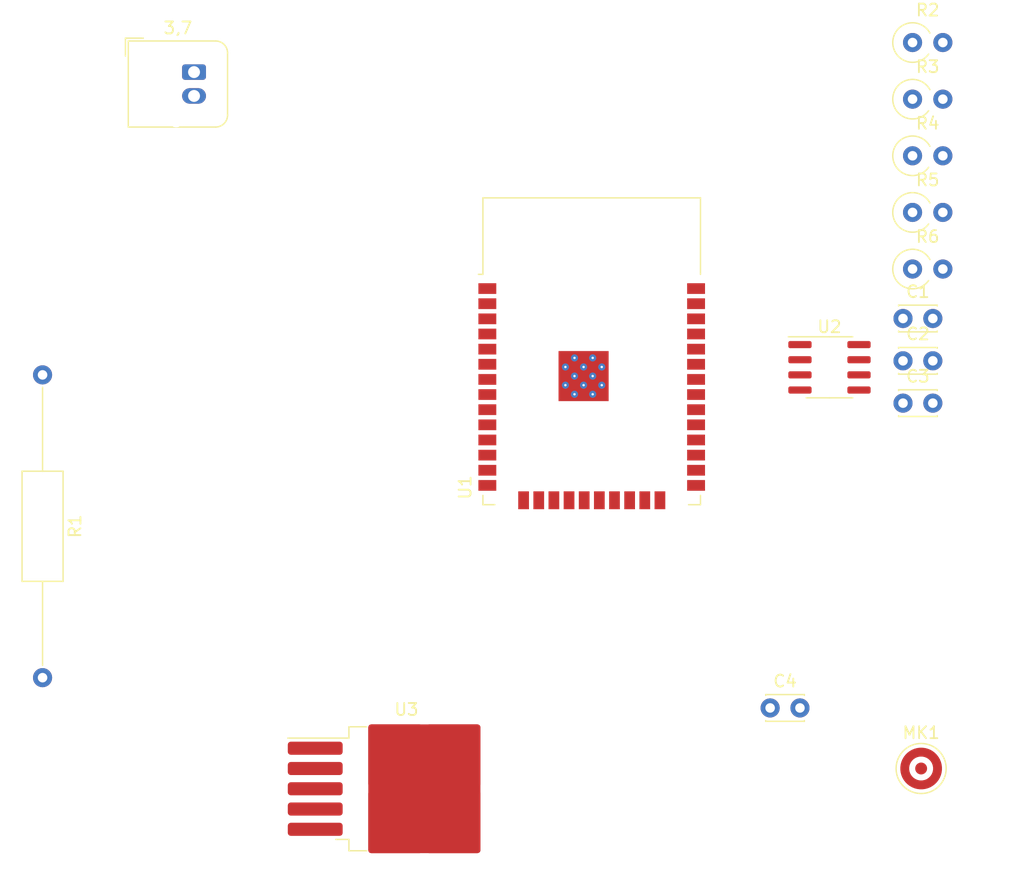
<source format=kicad_pcb>
(kicad_pcb (version 20221018) (generator pcbnew)
  (layers (0 "F.Cu" signal) (31 "B.Cu" signal) (34 "B.Paste" user) (35 "F.Paste" user) (36 "B.SilkS" user "B.Silkscreen") (37 "F.SilkS" user "F.Silkscreen") (38 "B.Mask" user) (39 "F.Mask" user) (44 "Edge.Cuts" user))
  (net 0 "")
  (net 1 "Net-(3,7-+)")
  (net 2 "GND")
  (net 3 "Net-(U2A-+)")
  (net 4 "Net-(MK1-+)")
  (net 5 "Net-(U1-IO34)")
  (net 6 "Net-(C3-Pad1)")
  (net 7 "Net-(C3-Pad2)")
  (net 8 "Net-(C4-Pad1)")
  (net 9 "Net-(U2A--)")
  (net 10 "Net-(U3-GND)")
  (net 12 "Net-(U1-EN)")
  (footprint "Sensor_Audio:CUI_CMC-4013-SMT" (layer "F.Cu") (at 165.1 114.3)
    (fp_text reference "MK1" (at 0 -3) (layer "F.SilkS"))
    (fp_text value "Microphone_Condenser")
    (fp_circle (center 0 0) (end 2.1 0) (stroke (width 0.12)) (fill none) (layer "F.SilkS"))
    (pad "1" smd custom (at 0 -1.375) (size 0.75 0.75) (layers "F.Cu" "F.Paste" "F.Mask") (net 2 "GND") (options (clearance outline) (anchor circle)) (primitives (gr_circle (center 0 1.375) (end 1.375 1.375) (width 0.75) (fill none))))
    (pad "2" smd circle (at 0 0) (size 1 1) (layers "F.Cu" "F.Paste" "F.Mask") (net 4 "Net-(MK1-+)"))
  )
  (footprint "Resistor_THT:R_Axial_DIN0309_L9.0mm_D3.2mm_P2.54mm_Vertical" (layer "F.Cu") (at 164.38 58.15)
    (fp_text reference "R3" (at 1.27 -2.72) (layer "F.SilkS"))
    (fp_text value "1k")
    (fp_arc (start 1.344775 0.97138) (mid -1.655812 -0.101418) (end 1.453272 -0.8) (stroke (width 0.12)) (layer "F.SilkS"))
    (pad "1" thru_hole circle (at 0 0) (size 1.6 1.6) (drill 0.8) (layers "*.Cu" "*.Mask") (net 1 "Net-(3,7-+)"))
    (pad "2" thru_hole oval (at 2.54 0) (size 1.6 1.6) (drill 0.8) (layers "*.Cu" "*.Mask") (net 4 "Net-(MK1-+)"))
  )
  (footprint "Capacitor_THT:C_Disc_D3.0mm_W2.0mm_P2.50mm" (layer "F.Cu") (at 152.44 109.22)
    (fp_text reference "C4" (at 1.25 -2.25) (layer "F.SilkS"))
    (fp_text value "2u")
    (fp_line (start -0.37 -1.12) (end -0.37 -1.055) (stroke (width 0.12)) (layer "F.SilkS"))
    (fp_line (start -0.37 -1.12) (end 2.87 -1.12) (stroke (width 0.12)) (layer "F.SilkS"))
    (fp_line (start -0.37 1.055) (end -0.37 1.12) (stroke (width 0.12)) (layer "F.SilkS"))
    (fp_line (start -0.37 1.12) (end 2.87 1.12) (stroke (width 0.12)) (layer "F.SilkS"))
    (fp_line (start 2.87 -1.12) (end 2.87 -1.055) (stroke (width 0.12)) (layer "F.SilkS"))
    (fp_line (start 2.87 1.055) (end 2.87 1.12) (stroke (width 0.12)) (layer "F.SilkS"))
    (pad "1" thru_hole circle (at 0 0) (size 1.6 1.6) (drill 0.8) (layers "*.Cu" "*.Mask") (net 8 "Net-(C4-Pad1)"))
    (pad "2" thru_hole circle (at 2.5 0) (size 1.6 1.6) (drill 0.8) (layers "*.Cu" "*.Mask") (net 2 "GND"))
  )
  (footprint "RF_Module:ESP32-WROOM-32" (layer "F.Cu") (at 137.48 82.29)
    (fp_text reference "U1" (at -10.61 8.43 90) (layer "F.SilkS"))
    (fp_text value "ESP32-WROOM-32")
    (fp_line (start -9.12 -15.86) (end -9.12 -9.445) (stroke (width 0.12)) (layer "F.SilkS"))
    (fp_line (start -9.12 -15.86) (end 9.12 -15.86) (stroke (width 0.12)) (layer "F.SilkS"))
    (fp_line (start -9.12 -9.445) (end -9.5 -9.445) (stroke (width 0.12)) (layer "F.SilkS"))
    (fp_line (start -9.12 9.1) (end -9.12 9.88) (stroke (width 0.12)) (layer "F.SilkS"))
    (fp_line (start -9.12 9.88) (end -8.12 9.88) (stroke (width 0.12)) (layer "F.SilkS"))
    (fp_line (start 9.12 -15.86) (end 9.12 -9.445) (stroke (width 0.12)) (layer "F.SilkS"))
    (fp_line (start 9.12 9.1) (end 9.12 9.88) (stroke (width 0.12)) (layer "F.SilkS"))
    (fp_line (start 9.12 9.88) (end 8.12 9.88) (stroke (width 0.12)) (layer "F.SilkS"))
    (pad "1" smd rect (at -8.75 -8.25) (size 1.5 0.9) (layers "F.Cu" "F.Paste" "F.Mask") (net 10 "Net-(U3-GND)"))
    (pad "2" smd rect (at -8.75 -6.98) (size 1.5 0.9) (layers "F.Cu" "F.Paste" "F.Mask"))
    (pad "3" smd rect (at -8.75 -5.71) (size 1.5 0.9) (layers "F.Cu" "F.Paste" "F.Mask") (net 12 "Net-(U1-EN)"))
    (pad "4" smd rect (at -8.75 -4.44) (size 1.5 0.9) (layers "F.Cu" "F.Paste" "F.Mask"))
    (pad "5" smd rect (at -8.75 -3.17) (size 1.5 0.9) (layers "F.Cu" "F.Paste" "F.Mask"))
    (pad "6" smd rect (at -8.75 -1.9) (size 1.5 0.9) (layers "F.Cu" "F.Paste" "F.Mask") (net 5 "Net-(U1-IO34)"))
    (pad "7" smd rect (at -8.75 -0.63) (size 1.5 0.9) (layers "F.Cu" "F.Paste" "F.Mask"))
    (pad "8" smd rect (at -8.75 0.64) (size 1.5 0.9) (layers "F.Cu" "F.Paste" "F.Mask"))
    (pad "9" smd rect (at -8.75 1.91) (size 1.5 0.9) (layers "F.Cu" "F.Paste" "F.Mask"))
    (pad "10" smd rect (at -8.75 3.18) (size 1.5 0.9) (layers "F.Cu" "F.Paste" "F.Mask"))
    (pad "11" smd rect (at -8.75 4.45) (size 1.5 0.9) (layers "F.Cu" "F.Paste" "F.Mask"))
    (pad "12" smd rect (at -8.75 5.72) (size 1.5 0.9) (layers "F.Cu" "F.Paste" "F.Mask"))
    (pad "13" smd rect (at -8.75 6.99) (size 1.5 0.9) (layers "F.Cu" "F.Paste" "F.Mask"))
    (pad "14" smd rect (at -8.75 8.26) (size 1.5 0.9) (layers "F.Cu" "F.Paste" "F.Mask"))
    (pad "15" smd rect (at -5.71 9.51 90) (size 1.5 0.9) (layers "F.Cu" "F.Paste" "F.Mask") (net 10 "Net-(U3-GND)"))
    (pad "16" smd rect (at -4.44 9.51 90) (size 1.5 0.9) (layers "F.Cu" "F.Paste" "F.Mask"))
    (pad "17" smd rect (at -3.17 9.51 90) (size 1.5 0.9) (layers "F.Cu" "F.Paste" "F.Mask"))
    (pad "18" smd rect (at -1.9 9.51 90) (size 1.5 0.9) (layers "F.Cu" "F.Paste" "F.Mask"))
    (pad "19" smd rect (at -0.63 9.51 90) (size 1.5 0.9) (layers "F.Cu" "F.Paste" "F.Mask"))
    (pad "20" smd rect (at 0.64 9.51 90) (size 1.5 0.9) (layers "F.Cu" "F.Paste" "F.Mask"))
    (pad "21" smd rect (at 1.91 9.51 90) (size 1.5 0.9) (layers "F.Cu" "F.Paste" "F.Mask"))
    (pad "22" smd rect (at 3.18 9.51 90) (size 1.5 0.9) (layers "F.Cu" "F.Paste" "F.Mask"))
    (pad "23" smd rect (at 4.45 9.51 90) (size 1.5 0.9) (layers "F.Cu" "F.Paste" "F.Mask"))
    (pad "24" smd rect (at 5.72 9.51 90) (size 1.5 0.9) (layers "F.Cu" "F.Paste" "F.Mask"))
    (pad "25" smd rect (at 8.75 8.26) (size 1.5 0.9) (layers "F.Cu" "F.Paste" "F.Mask"))
    (pad "26" smd rect (at 8.75 6.99) (size 1.5 0.9) (layers "F.Cu" "F.Paste" "F.Mask"))
    (pad "27" smd rect (at 8.75 5.72) (size 1.5 0.9) (layers "F.Cu" "F.Paste" "F.Mask"))
    (pad "28" smd rect (at 8.75 4.45) (size 1.5 0.9) (layers "F.Cu" "F.Paste" "F.Mask"))
    (pad "29" smd rect (at 8.75 3.18) (size 1.5 0.9) (layers "F.Cu" "F.Paste" "F.Mask"))
    (pad "30" smd rect (at 8.75 1.91) (size 1.5 0.9) (layers "F.Cu" "F.Paste" "F.Mask"))
    (pad "31" smd rect (at 8.75 0.64) (size 1.5 0.9) (layers "F.Cu" "F.Paste" "F.Mask"))
    (pad "32" smd rect (at 8.75 -0.63) (size 1.5 0.9) (layers "F.Cu" "F.Paste" "F.Mask"))
    (pad "33" smd rect (at 8.75 -1.9) (size 1.5 0.9) (layers "F.Cu" "F.Paste" "F.Mask"))
    (pad "34" smd rect (at 8.75 -3.17) (size 1.5 0.9) (layers "F.Cu" "F.Paste" "F.Mask"))
    (pad "35" smd rect (at 8.75 -4.44) (size 1.5 0.9) (layers "F.Cu" "F.Paste" "F.Mask"))
    (pad "36" smd rect (at 8.75 -5.71) (size 1.5 0.9) (layers "F.Cu" "F.Paste" "F.Mask"))
    (pad "37" smd rect (at 8.75 -6.98) (size 1.5 0.9) (layers "F.Cu" "F.Paste" "F.Mask"))
    (pad "38" smd rect (at 8.75 -8.25) (size 1.5 0.9) (layers "F.Cu" "F.Paste" "F.Mask") (net 10 "Net-(U3-GND)"))
    (pad "39" smd rect (at -2.205 -2.435) (size 1.05 1.05) (layers "F.Cu" "F.Paste") (net 10 "Net-(U3-GND)"))
    (pad "39" thru_hole circle (at -2.205 -1.6725) (size 0.6 0.6) (drill 0.2) (property pad_prop_heatsink) (layers "*.Cu" "F.Mask") (net 10 "Net-(U3-GND)"))
    (pad "39" smd rect (at -2.205 -0.91) (size 1.05 1.05) (layers "F.Cu" "F.Paste") (net 10 "Net-(U3-GND)"))
    (pad "39" thru_hole circle (at -2.205 -0.1475) (size 0.6 0.6) (drill 0.2) (property pad_prop_heatsink) (layers "*.Cu" "F.Mask") (net 10 "Net-(U3-GND)"))
    (pad "39" smd rect (at -2.205 0.615) (size 1.05 1.05) (layers "F.Cu" "F.Paste") (net 10 "Net-(U3-GND)"))
    (pad "39" thru_hole circle (at -1.4425 -2.435) (size 0.6 0.6) (drill 0.2) (property pad_prop_heatsink) (layers "*.Cu" "F.Mask") (net 10 "Net-(U3-GND)"))
    (pad "39" thru_hole circle (at -1.4425 -0.91) (size 0.6 0.6) (drill 0.2) (property pad_prop_heatsink) (layers "*.Cu" "F.Mask") (net 10 "Net-(U3-GND)"))
    (pad "39" thru_hole circle (at -1.4425 0.615) (size 0.6 0.6) (drill 0.2) (property pad_prop_heatsink) (layers "*.Cu" "F.Mask") (net 10 "Net-(U3-GND)"))
    (pad "39" smd rect (at -0.68 -2.435) (size 1.05 1.05) (layers "F.Cu" "F.Paste") (net 10 "Net-(U3-GND)"))
    (pad "39" thru_hole circle (at -0.68 -1.6725) (size 0.6 0.6) (drill 0.2) (property pad_prop_heatsink) (layers "*.Cu" "F.Mask") (net 10 "Net-(U3-GND)"))
    (pad "39" smd rect (at -0.68 -0.91) (size 1.05 1.05) (layers "F.Cu" "F.Paste") (net 10 "Net-(U3-GND)"))
    (pad "39" smd rect (at -0.68 -0.91) (size 4.2 4.2) (layers "F.Cu" "F.Mask") (net 10 "Net-(U3-GND)"))
    (pad "39" thru_hole circle (at -0.68 -0.1475) (size 0.6 0.6) (drill 0.2) (property pad_prop_heatsink) (layers "*.Cu" "F.Mask") (net 10 "Net-(U3-GND)"))
    (pad "39" smd rect (at -0.68 0.615) (size 1.05 1.05) (layers "F.Cu" "F.Paste") (net 10 "Net-(U3-GND)"))
    (pad "39" thru_hole circle (at 0.0825 -2.435) (size 0.6 0.6) (drill 0.2) (property pad_prop_heatsink) (layers "*.Cu" "F.Mask") (net 10 "Net-(U3-GND)"))
    (pad "39" thru_hole circle (at 0.0825 -0.91) (size 0.6 0.6) (drill 0.2) (property pad_prop_heatsink) (layers "*.Cu" "F.Mask") (net 10 "Net-(U3-GND)"))
    (pad "39" thru_hole circle (at 0.0825 0.615) (size 0.6 0.6) (drill 0.2) (property pad_prop_heatsink) (layers "*.Cu" "F.Mask") (net 10 "Net-(U3-GND)"))
    (pad "39" smd rect (at 0.845 -2.435) (size 1.05 1.05) (layers "F.Cu" "F.Paste") (net 10 "Net-(U3-GND)"))
    (pad "39" thru_hole circle (at 0.845 -1.6725) (size 0.6 0.6) (drill 0.2) (property pad_prop_heatsink) (layers "*.Cu" "F.Mask") (net 10 "Net-(U3-GND)"))
    (pad "39" smd rect (at 0.845 -0.91) (size 1.05 1.05) (layers "F.Cu" "F.Paste") (net 10 "Net-(U3-GND)"))
    (pad "39" thru_hole circle (at 0.845 -0.1475) (size 0.6 0.6) (drill 0.2) (property pad_prop_heatsink) (layers "*.Cu" "F.Mask") (net 10 "Net-(U3-GND)"))
    (pad "39" smd rect (at 0.845 0.615) (size 1.05 1.05) (layers "F.Cu" "F.Paste") (net 10 "Net-(U3-GND)"))
  )
  (footprint "Connector_JST:JST_JWPF_B02B-JWPF-SK-R_1x02_P2.00mm_Vertical" (layer "F.Cu") (at 104.14 55.88)
    (fp_text reference "3,7" (at -1.35 -3.7) (layer "F.SilkS"))
    (fp_text value "Battery_Cell")
    (fp_line (start -5.75 -2.85) (end -4.25 -2.85) (stroke (width 0.12)) (layer "F.SilkS"))
    (fp_line (start -5.75 -1.35) (end -5.75 -2.85) (stroke (width 0.12)) (layer "F.SilkS"))
    (fp_line (start -5.51 -2.61) (end -5.51 4.61) (stroke (width 0.12)) (layer "F.SilkS"))
    (fp_line (start -5.51 4.61) (end 1.81 4.61) (stroke (width 0.12)) (layer "F.SilkS"))
    (fp_line (start 1.81 -2.61) (end -5.51 -2.61) (stroke (width 0.12)) (layer "F.SilkS"))
    (fp_line (start 2.81 -1.61) (end 2.81 3.61) (stroke (width 0.12)) (layer "F.SilkS"))
    (fp_arc (start 1.81 -2.61) (mid 2.517107 -2.317107) (end 2.81 -1.61) (stroke (width 0.12)) (layer "F.SilkS"))
    (fp_arc (start 2.81 3.61) (mid 2.517107 4.317107) (end 1.81 4.61) (stroke (width 0.12)) (layer "F.SilkS"))
    (pad "" np_thru_hole circle (at -1.5 4.05) (size 1.15 1.15) (drill 1.15) (layers "*.Cu" "*.Mask"))
    (pad "1" thru_hole roundrect (at 0 0) (size 2 1.3) (drill 1) (layers "*.Cu" "*.Mask") (roundrect_rratio 0.192308) (net 1 "Net-(3,7-+)"))
    (pad "2" thru_hole oval (at 0 2) (size 2 1.3) (drill 1) (layers "*.Cu" "*.Mask") (net 2 "GND"))
  )
  (footprint "Capacitor_THT:C_Disc_D3.0mm_W2.0mm_P2.50mm" (layer "F.Cu") (at 163.58 76.55)
    (fp_text reference "C1" (at 1.25 -2.25) (layer "F.SilkS"))
    (fp_text value "1u")
    (fp_line (start -0.37 -1.12) (end -0.37 -1.055) (stroke (width 0.12)) (layer "F.SilkS"))
    (fp_line (start -0.37 -1.12) (end 2.87 -1.12) (stroke (width 0.12)) (layer "F.SilkS"))
    (fp_line (start -0.37 1.055) (end -0.37 1.12) (stroke (width 0.12)) (layer "F.SilkS"))
    (fp_line (start -0.37 1.12) (end 2.87 1.12) (stroke (width 0.12)) (layer "F.SilkS"))
    (fp_line (start 2.87 -1.12) (end 2.87 -1.055) (stroke (width 0.12)) (layer "F.SilkS"))
    (fp_line (start 2.87 1.055) (end 2.87 1.12) (stroke (width 0.12)) (layer "F.SilkS"))
    (pad "1" thru_hole circle (at 0 0) (size 1.6 1.6) (drill 0.8) (layers "*.Cu" "*.Mask") (net 3 "Net-(U2A-+)"))
    (pad "2" thru_hole circle (at 2.5 0) (size 1.6 1.6) (drill 0.8) (layers "*.Cu" "*.Mask") (net 4 "Net-(MK1-+)"))
  )
  (footprint "Capacitor_THT:C_Disc_D3.0mm_W2.0mm_P2.50mm" (layer "F.Cu") (at 163.58 83.65)
    (fp_text reference "C3" (at 1.25 -2.25) (layer "F.SilkS"))
    (fp_text value "1u")
    (fp_line (start -0.37 -1.12) (end -0.37 -1.055) (stroke (width 0.12)) (layer "F.SilkS"))
    (fp_line (start -0.37 -1.12) (end 2.87 -1.12) (stroke (width 0.12)) (layer "F.SilkS"))
    (fp_line (start -0.37 1.055) (end -0.37 1.12) (stroke (width 0.12)) (layer "F.SilkS"))
    (fp_line (start -0.37 1.12) (end 2.87 1.12) (stroke (width 0.12)) (layer "F.SilkS"))
    (fp_line (start 2.87 -1.12) (end 2.87 -1.055) (stroke (width 0.12)) (layer "F.SilkS"))
    (fp_line (start 2.87 1.055) (end 2.87 1.12) (stroke (width 0.12)) (layer "F.SilkS"))
    (pad "1" thru_hole circle (at 0 0) (size 1.6 1.6) (drill 0.8) (layers "*.Cu" "*.Mask") (net 6 "Net-(C3-Pad1)"))
    (pad "2" thru_hole circle (at 2.5 0) (size 1.6 1.6) (drill 0.8) (layers "*.Cu" "*.Mask") (net 7 "Net-(C3-Pad2)"))
  )
  (footprint "Capacitor_THT:C_Disc_D3.0mm_W2.0mm_P2.50mm" (layer "F.Cu") (at 163.58 80.1)
    (fp_text reference "C2" (at 1.25 -2.25) (layer "F.SilkS"))
    (fp_text value "8.2n")
    (fp_line (start -0.37 -1.12) (end -0.37 -1.055) (stroke (width 0.12)) (layer "F.SilkS"))
    (fp_line (start -0.37 -1.12) (end 2.87 -1.12) (stroke (width 0.12)) (layer "F.SilkS"))
    (fp_line (start -0.37 1.055) (end -0.37 1.12) (stroke (width 0.12)) (layer "F.SilkS"))
    (fp_line (start -0.37 1.12) (end 2.87 1.12) (stroke (width 0.12)) (layer "F.SilkS"))
    (fp_line (start 2.87 -1.12) (end 2.87 -1.055) (stroke (width 0.12)) (layer "F.SilkS"))
    (fp_line (start 2.87 1.055) (end 2.87 1.12) (stroke (width 0.12)) (layer "F.SilkS"))
    (pad "1" thru_hole circle (at 0 0) (size 1.6 1.6) (drill 0.8) (layers "*.Cu" "*.Mask") (net 5 "Net-(U1-IO34)"))
    (pad "2" thru_hole circle (at 2.5 0) (size 1.6 1.6) (drill 0.8) (layers "*.Cu" "*.Mask") (net 2 "GND"))
  )
  (footprint "Resistor_THT:R_Axial_DIN0309_L9.0mm_D3.2mm_P2.54mm_Vertical" (layer "F.Cu") (at 164.38 53.4)
    (fp_text reference "R2" (at 1.27 -2.72) (layer "F.SilkS"))
    (fp_text value "3.3k")
    (fp_arc (start 1.344775 0.97138) (mid -1.655812 -0.101418) (end 1.453272 -0.8) (stroke (width 0.12)) (layer "F.SilkS"))
    (pad "1" thru_hole circle (at 0 0) (size 1.6 1.6) (drill 0.8) (layers "*.Cu" "*.Mask") (net 3 "Net-(U2A-+)"))
    (pad "2" thru_hole oval (at 2.54 0) (size 1.6 1.6) (drill 0.8) (layers "*.Cu" "*.Mask") (net 2 "GND"))
  )
  (footprint "Resistor_THT:R_Axial_DIN0309_L9.0mm_D3.2mm_P2.54mm_Vertical" (layer "F.Cu") (at 164.38 72.4)
    (fp_text reference "R6" (at 1.27 -2.72) (layer "F.SilkS"))
    (fp_text value "1k")
    (fp_arc (start 1.344775 0.97138) (mid -1.655812 -0.101418) (end 1.453272 -0.8) (stroke (width 0.12)) (layer "F.SilkS"))
    (pad "1" thru_hole circle (at 0 0) (size 1.6 1.6) (drill 0.8) (layers "*.Cu" "*.Mask") (net 9 "Net-(U2A--)"))
    (pad "2" thru_hole oval (at 2.54 0) (size 1.6 1.6) (drill 0.8) (layers "*.Cu" "*.Mask") (net 8 "Net-(C4-Pad1)"))
  )
  (footprint "Package_TO_SOT_SMD:TO-263-5_TabPin3" (layer "F.Cu") (at 121.95 116)
    (fp_text reference "U3" (at 0 -6.65) (layer "F.SilkS"))
    (fp_text value "LM2596S-3.3")
    (fp_line (start -4.825 -5.2) (end -4.825 -4.25) (stroke (width 0.12)) (layer "F.SilkS"))
    (fp_line (start -4.825 -4.25) (end -9.95 -4.25) (stroke (width 0.12)) (layer "F.SilkS"))
    (fp_line (start -4.825 4.25) (end -5.925 4.25) (stroke (width 0.12)) (layer "F.SilkS"))
    (fp_line (start -4.825 5.2) (end -4.825 4.25) (stroke (width 0.12)) (layer "F.SilkS"))
    (fp_line (start -3.325 -5.2) (end -4.825 -5.2) (stroke (width 0.12)) (layer "F.SilkS"))
    (fp_line (start -3.325 5.2) (end -4.825 5.2) (stroke (width 0.12)) (layer "F.SilkS"))
    (pad "1" smd roundrect (at -7.65 -3.4) (size 4.6 1.1) (layers "F.Cu" "F.Paste" "F.Mask") (roundrect_rratio 0.227273) (net 1 "Net-(3,7-+)"))
    (pad "2" smd roundrect (at -7.65 -1.7) (size 4.6 1.1) (layers "F.Cu" "F.Paste" "F.Mask") (roundrect_rratio 0.227273) (net 12 "Net-(U1-EN)"))
    (pad "3" smd roundrect (at -7.65 0) (size 4.6 1.1) (layers "F.Cu" "F.Paste" "F.Mask") (roundrect_rratio 0.227273) (net 10 "Net-(U3-GND)"))
    (pad "3" smd roundrect (at -0.925 -2.775) (size 4.55 5.25) (layers "F.Cu" "F.Paste") (roundrect_rratio 0.054945) (net 10 "Net-(U3-GND)"))
    (pad "3" smd roundrect (at -0.925 2.775) (size 4.55 5.25) (layers "F.Cu" "F.Paste") (roundrect_rratio 0.054945) (net 10 "Net-(U3-GND)"))
    (pad "3" smd roundrect (at 1.5 0) (size 9.4 10.8) (layers "F.Cu" "F.Mask") (roundrect_rratio 0.026596) (net 10 "Net-(U3-GND)"))
    (pad "3" smd roundrect (at 3.925 -2.775) (size 4.55 5.25) (layers "F.Cu" "F.Paste") (roundrect_rratio 0.054945) (net 10 "Net-(U3-GND)"))
    (pad "3" smd roundrect (at 3.925 2.775) (size 4.55 5.25) (layers "F.Cu" "F.Paste") (roundrect_rratio 0.054945) (net 10 "Net-(U3-GND)"))
    (pad "4" smd roundrect (at -7.65 1.7) (size 4.6 1.1) (layers "F.Cu" "F.Paste" "F.Mask") (roundrect_rratio 0.227273))
    (pad "5" smd roundrect (at -7.65 3.4) (size 4.6 1.1) (layers "F.Cu" "F.Paste" "F.Mask") (roundrect_rratio 0.227273) (net 2 "GND"))
  )
  (footprint "Resistor_THT:R_Axial_DIN0309_L9.0mm_D3.2mm_P2.54mm_Vertical" (layer "F.Cu") (at 164.38 67.65)
    (fp_text reference "R5" (at 1.27 -2.72) (layer "F.SilkS"))
    (fp_text value "20k")
    (fp_arc (start 1.344775 0.97138) (mid -1.655812 -0.101418) (end 1.453272 -0.8) (stroke (width 0.12)) (layer "F.SilkS"))
    (pad "1" thru_hole circle (at 0 0) (size 1.6 1.6) (drill 0.8) (layers "*.Cu" "*.Mask") (net 9 "Net-(U2A--)"))
    (pad "2" thru_hole oval (at 2.54 0) (size 1.6 1.6) (drill 0.8) (layers "*.Cu" "*.Mask") (net 7 "Net-(C3-Pad2)"))
  )
  (footprint "Resistor_THT:R_Axial_DIN0309_L9.0mm_D3.2mm_P2.54mm_Vertical" (layer "F.Cu") (at 164.38 62.9)
    (fp_text reference "R4" (at 1.27 -2.72) (layer "F.SilkS"))
    (fp_text value "10k")
    (fp_arc (start 1.344775 0.97138) (mid -1.655812 -0.101418) (end 1.453272 -0.8) (stroke (width 0.12)) (layer "F.SilkS"))
    (pad "1" thru_hole circle (at 0 0) (size 1.6 1.6) (drill 0.8) (layers "*.Cu" "*.Mask") (net 5 "Net-(U1-IO34)"))
    (pad "2" thru_hole oval (at 2.54 0) (size 1.6 1.6) (drill 0.8) (layers "*.Cu" "*.Mask") (net 6 "Net-(C3-Pad1)"))
  )
  (footprint "Package_SO:SOIC-8_3.9x4.9mm_P1.27mm" (layer "F.Cu") (at 157.415 80.645)
    (fp_text reference "U2" (at 0 -3.4) (layer "F.SilkS"))
    (fp_text value "MCP602")
    (fp_line (start 0 -2.56) (end -3.45 -2.56) (stroke (width 0.12)) (layer "F.SilkS"))
    (fp_line (start 0 -2.56) (end 1.95 -2.56) (stroke (width 0.12)) (layer "F.SilkS"))
    (fp_line (start 0 2.56) (end -1.95 2.56) (stroke (width 0.12)) (layer "F.SilkS"))
    (fp_line (start 0 2.56) (end 1.95 2.56) (stroke (width 0.12)) (layer "F.SilkS"))
    (pad "1" smd roundrect (at -2.475 -1.905) (size 1.95 0.6) (layers "F.Cu" "F.Paste" "F.Mask") (net 7 "Net-(C3-Pad2)"))
    (pad "2" smd roundrect (at -2.475 -0.635) (size 1.95 0.6) (layers "F.Cu" "F.Paste" "F.Mask") (net 9 "Net-(U2A--)"))
    (pad "3" smd roundrect (at -2.475 0.635) (size 1.95 0.6) (layers "F.Cu" "F.Paste" "F.Mask") (net 3 "Net-(U2A-+)"))
    (pad "4" smd roundrect (at -2.475 1.905) (size 1.95 0.6) (layers "F.Cu" "F.Paste" "F.Mask"))
    (pad "5" smd roundrect (at 2.475 1.905) (size 1.95 0.6) (layers "F.Cu" "F.Paste" "F.Mask"))
    (pad "6" smd roundrect (at 2.475 0.635) (size 1.95 0.6) (layers "F.Cu" "F.Paste" "F.Mask"))
    (pad "7" smd roundrect (at 2.475 -0.635) (size 1.95 0.6) (layers "F.Cu" "F.Paste" "F.Mask"))
    (pad "8" smd roundrect (at 2.475 -1.905) (size 1.95 0.6) (layers "F.Cu" "F.Paste" "F.Mask"))
  )
  (footprint "Resistor_THT:R_Axial_DIN0309_L9.0mm_D3.2mm_P25.40mm_Horizontal" (layer "F.Cu") (at 91.44 81.28 -90)
    (fp_text reference "R1" (at 12.7 -2.72 90) (layer "F.SilkS"))
    (fp_text value "3.3k")
    (fp_line (start 1.04 0) (end 8.08 0) (stroke (width 0.12)) (layer "F.SilkS"))
    (fp_line (start 8.08 -1.72) (end 8.08 1.72) (stroke (width 0.12)) (layer "F.SilkS"))
    (fp_line (start 8.08 1.72) (end 17.32 1.72) (stroke (width 0.12)) (layer "F.SilkS"))
    (fp_line (start 17.32 -1.72) (end 8.08 -1.72) (stroke (width 0.12)) (layer "F.SilkS"))
    (fp_line (start 17.32 1.72) (end 17.32 -1.72) (stroke (width 0.12)) (layer "F.SilkS"))
    (fp_line (start 24.36 0) (end 17.32 0) (stroke (width 0.12)) (layer "F.SilkS"))
    (pad "1" thru_hole circle (at 0 0 270) (size 1.6 1.6) (drill 0.8) (layers "*.Cu" "*.Mask") (net 1 "Net-(3,7-+)"))
    (pad "2" thru_hole oval (at 25.4 0 270) (size 1.6 1.6) (drill 0.8) (layers "*.Cu" "*.Mask") (net 3 "Net-(U2A-+)"))
  )
)
</source>
